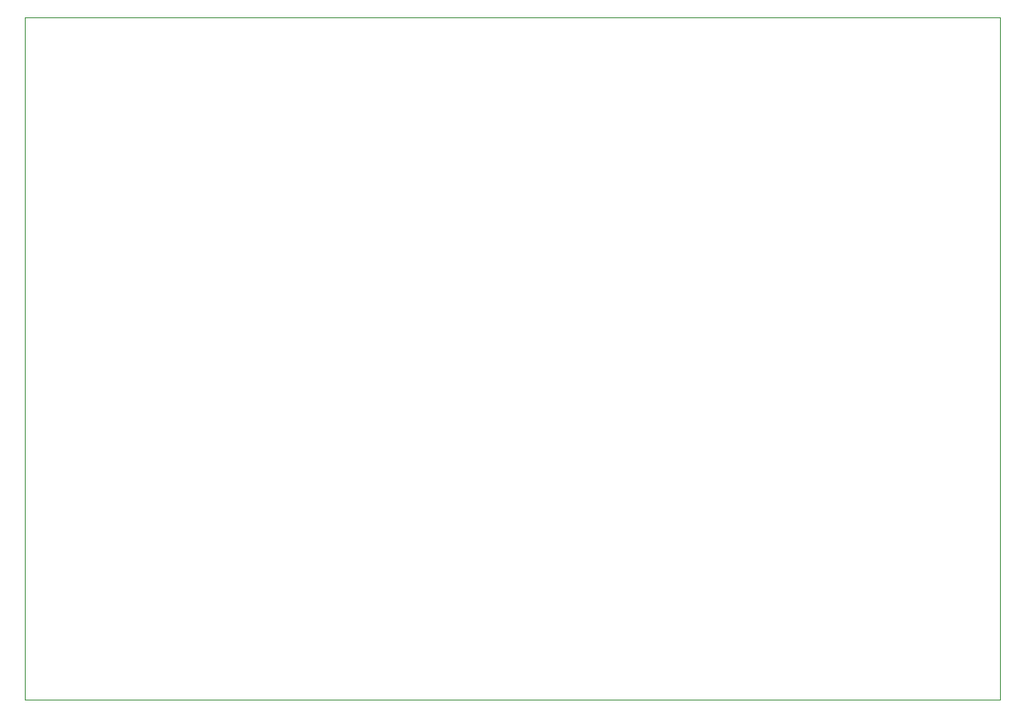
<source format=gbr>
%TF.GenerationSoftware,KiCad,Pcbnew,(6.0.4)*%
%TF.CreationDate,2022-05-05T20:35:19-04:00*%
%TF.ProjectId,mainboard,6d61696e-626f-4617-9264-2e6b69636164,0.0*%
%TF.SameCoordinates,Original*%
%TF.FileFunction,Profile,NP*%
%FSLAX46Y46*%
G04 Gerber Fmt 4.6, Leading zero omitted, Abs format (unit mm)*
G04 Created by KiCad (PCBNEW (6.0.4)) date 2022-05-05 20:35:19*
%MOMM*%
%LPD*%
G01*
G04 APERTURE LIST*
%TA.AperFunction,Profile*%
%ADD10C,0.100000*%
%TD*%
G04 APERTURE END LIST*
D10*
X51435000Y-30480000D02*
X151130000Y-30480000D01*
X151130000Y-30480000D02*
X151130000Y-100330000D01*
X151130000Y-100330000D02*
X51435000Y-100330000D01*
X51435000Y-100330000D02*
X51435000Y-30480000D01*
M02*

</source>
